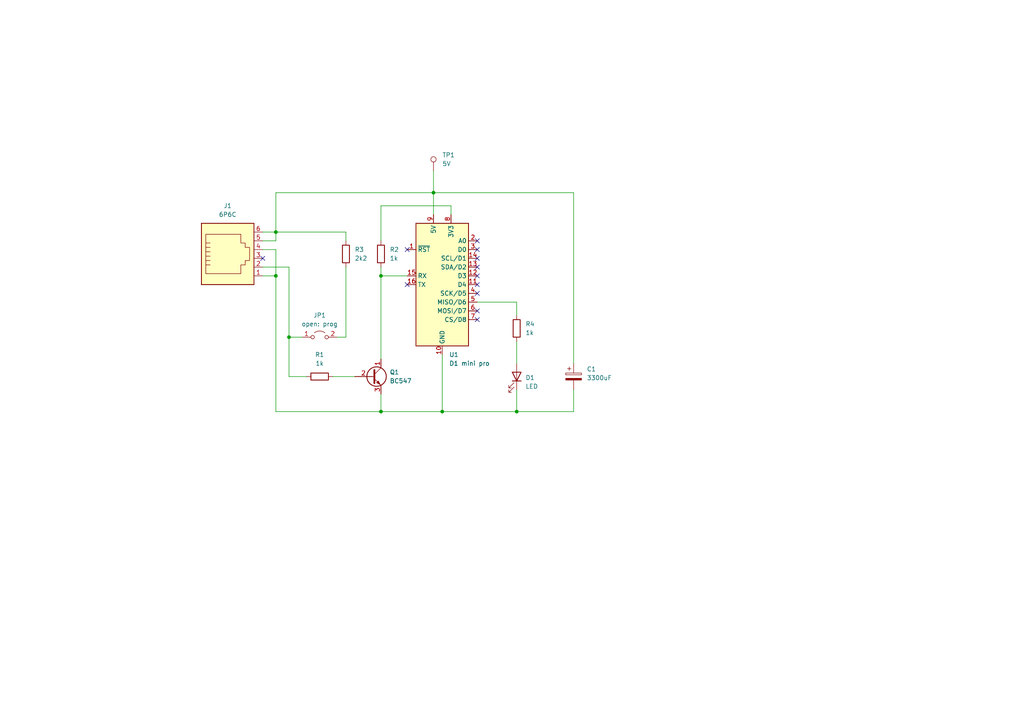
<source format=kicad_sch>
(kicad_sch (version 20211123) (generator eeschema)
  (paper "A4")
  (title_block (title "P1 Gateway") (date "2023-07-14") (rev "1") (company "HaSch"))
  (lib_symbols
    (symbol "Connector:6P6C" (pin_names (offset 1.016))
      (property "Reference" "J" (at -5.08 11.43 0))
      (property "Value" "6P6C" (at 2.54 11.43 0))
      (symbol "6P6C_0_1"
        (polyline (pts (xy -6.35 -1.905) (xy -5.08 -1.905) (xy -5.08 -1.905)))
        (polyline (pts (xy -6.35 -0.635) (xy -5.08 -0.635) (xy -5.08 -0.635)))
        (polyline (pts (xy -6.35 0.635) (xy -5.08 0.635) (xy -5.08 0.635)))
        (polyline (pts (xy -6.35 1.905) (xy -5.08 1.905) (xy -5.08 1.905)))
        (polyline (pts (xy -6.35 3.175) (xy -5.08 3.175) (xy -5.08 3.175)))
        (polyline (pts (xy -5.08 4.445) (xy -6.35 4.445) (xy -6.35 4.445)))
        (polyline (pts (xy -6.35 -4.445) (xy -6.35 6.985) (xy 3.81 6.985) (xy 3.81 4.445) (xy 5.08 4.445) (xy 5.08 3.175) (xy 6.35 3.175) (xy 6.35 -0.635) (xy 5.08 -0.635) (xy 5.08 -1.905) (xy 3.81 -1.905) (xy 3.81 -4.445) (xy -6.35 -4.445) (xy -6.35 -4.445)))
        (rectangle (start 7.62 10.16) (end -7.62 -7.62) (stroke (width 0.254)) (fill (type background)))
      )
      (symbol "6P6C_1_1"
        (pin passive line (at 10.16 -5.08 180) (length 2.54) (name "~") (number "1"))
        (pin passive line (at 10.16 -2.54 180) (length 2.54) (name "~") (number "2"))
        (pin passive line (at 10.16 0 180) (length 2.54) (name "~") (number "3"))
        (pin passive line (at 10.16 2.54 180) (length 2.54) (name "~") (number "4"))
        (pin passive line (at 10.16 5.08 180) (length 2.54) (name "~") (number "5"))
        (pin passive line (at 10.16 7.62 180) (length 2.54) (name "~") (number "6"))
      )
    )
    (symbol "Connector:TestPoint" (pin_numbers hide) (pin_names (offset 0.762) hide)
      (property "Reference" "TP" (at 0 6.858 0))
      (property "Value" "TestPoint" (at 0 5.08 0))
      (symbol "TestPoint_0_1"
        (circle (center 0 3.302) (radius 0.762))
      )
      (symbol "TestPoint_1_1"
        (pin passive line (at 0 0 90) (length 2.54) (name "1") (number "1"))
      )
    )
    (symbol "Device:C_Polarized" (pin_numbers hide) (pin_names (offset 0.254))
      (property "Reference" "C" (at 0.635 2.54 0))
      (property "Value" "C_Polarized" (at 0.635 -2.54 0))
      (symbol "C_Polarized_0_1"
        (rectangle (start -2.286 0.508) (end 2.286 1.016))
        (polyline (pts (xy -1.778 2.286) (xy -0.762 2.286)))
        (polyline (pts (xy -1.27 2.794) (xy -1.27 1.778)))
        (rectangle (start 2.286 -0.508) (end -2.286 -1.016) (fill (type outline)))
      )
      (symbol "C_Polarized_1_1"
        (pin passive line (at 0 3.81 270) (length 2.794) (name "~") (number "1"))
        (pin passive line (at 0 -3.81 90) (length 2.794) (name "~") (number "2"))
      )
    )
    (symbol "Device:LED" (pin_numbers hide) (pin_names (offset 1.016) hide)
      (property "Reference" "D" (at 0 2.54 0))
      (property "Value" "LED" (at 0 -2.54 0))
      (symbol "LED_0_1"
        (polyline (pts (xy -1.27 -1.27) (xy -1.27 1.27)) (stroke (width 0.254)))
        (polyline (pts (xy -1.27 0) (xy 1.27 0)))
        (polyline (pts (xy 1.27 -1.27) (xy 1.27 1.27) (xy -1.27 0) (xy 1.27 -1.27)) (stroke (width 0.254)))
        (polyline (pts (xy -3.048 -0.762) (xy -4.572 -2.286) (xy -3.81 -2.286) (xy -4.572 -2.286) (xy -4.572 -1.524)))
        (polyline (pts (xy -1.778 -0.762) (xy -3.302 -2.286) (xy -2.54 -2.286) (xy -3.302 -2.286) (xy -3.302 -1.524)))
      )
      (symbol "LED_1_1"
        (pin passive line (at -3.81 0 0) (length 2.54) (name "K") (number "1"))
        (pin passive line (at 3.81 0 180) (length 2.54) (name "A") (number "2"))
      )
    )
    (symbol "Device:R" (pin_numbers hide) (pin_names (offset 0))
      (property "Reference" "R" (at 2.032 0 90))
      (property "Value" "R" (at 0 0 90))
      (symbol "R_0_1"
        (rectangle (start -1.016 -2.54) (end 1.016 2.54) (stroke (width 0.254)))
      )
      (symbol "R_1_1"
        (pin passive line (at 0 3.81 270) (length 1.27) (name "~") (number "1"))
        (pin passive line (at 0 -3.81 90) (length 1.27) (name "~") (number "2"))
      )
    )
    (symbol "Jumper:Jumper_2_Open" (pin_names (offset 0) hide)
      (property "Reference" "JP" (at 0 2.794 0))
      (property "Value" "Jumper_2_Open" (at 0 -2.286 0))
      (symbol "Jumper_2_Open_0_0"
        (circle (center -2.032 0) (radius 0.508))
        (circle (center 2.032 0) (radius 0.508))
      )
      (symbol "Jumper_2_Open_0_1"
        (arc (start 1.524 1.27) (mid 0 1.778) (end -1.524 1.27))
      )
      (symbol "Jumper_2_Open_1_1"
        (pin passive line (at -5.08 0 0) (length 2.54) (name "A") (number "1"))
        (pin passive line (at 5.08 0 180) (length 2.54) (name "B") (number "2"))
      )
    )
    (symbol "MCU_Module:WeMos_D1_mini"
      (property "Reference" "U" (at 3.81 19.05 0))
      (property "Value" "WeMos_D1_mini" (at 1.27 -19.05 0))
      (symbol "WeMos_D1_mini_1_1"
        (rectangle (start -7.62 17.78) (end 7.62 -17.78) (stroke (width 0.254)) (fill (type background)))
        (pin input line (at -10.16 10.16 0) (length 2.54) (name "~{RST}") (number "1"))
        (pin power_in line (at 0 -20.32 90) (length 2.54) (name "GND") (number "10"))
        (pin bidirectional line (at 10.16 0 180) (length 2.54) (name "D4") (number "11"))
        (pin bidirectional line (at 10.16 2.54 180) (length 2.54) (name "D3") (number "12"))
        (pin bidirectional line (at 10.16 5.08 180) (length 2.54) (name "SDA/D2") (number "13"))
        (pin bidirectional line (at 10.16 7.62 180) (length 2.54) (name "SCL/D1") (number "14"))
        (pin input line (at -10.16 2.54 0) (length 2.54) (name "RX") (number "15"))
        (pin output line (at -10.16 0 0) (length 2.54) (name "TX") (number "16"))
        (pin input line (at 10.16 12.7 180) (length 2.54) (name "A0") (number "2"))
        (pin bidirectional line (at 10.16 10.16 180) (length 2.54) (name "D0") (number "3"))
        (pin bidirectional line (at 10.16 -2.54 180) (length 2.54) (name "SCK/D5") (number "4"))
        (pin bidirectional line (at 10.16 -5.08 180) (length 2.54) (name "MISO/D6") (number "5"))
        (pin bidirectional line (at 10.16 -7.62 180) (length 2.54) (name "MOSI/D7") (number "6"))
        (pin bidirectional line (at 10.16 -10.16 180) (length 2.54) (name "CS/D8") (number "7"))
        (pin power_out line (at 2.54 20.32 270) (length 2.54) (name "3V3") (number "8"))
        (pin power_in line (at -2.54 20.32 270) (length 2.54) (name "5V") (number "9"))
      )
    )
    (symbol "Transistor_BJT:BC547" (pin_names (offset 0) hide)
      (property "Reference" "Q" (at 5.08 1.905 0))
      (property "Value" "BC547" (at 5.08 0 0))
      (symbol "BC547_0_1"
        (polyline (pts (xy 0 0) (xy 0.635 0)))
        (polyline (pts (xy 0.635 0.635) (xy 2.54 2.54)))
        (polyline (pts (xy 0.635 -0.635) (xy 2.54 -2.54) (xy 2.54 -2.54)))
        (polyline (pts (xy 0.635 1.905) (xy 0.635 -1.905) (xy 0.635 -1.905)) (stroke (width 0.508)))
        (polyline (pts (xy 1.27 -1.778) (xy 1.778 -1.27) (xy 2.286 -2.286) (xy 1.27 -1.778) (xy 1.27 -1.778)) (fill (type outline)))
        (circle (center 1.27 0) (radius 2.8194) (stroke (width 0.254)))
      )
      (symbol "BC547_1_1"
        (pin passive line (at 2.54 5.08 270) (length 2.54) (name "C") (number "1"))
        (pin input line (at -5.08 0 0) (length 5.08) (name "B") (number "2"))
        (pin passive line (at 2.54 -5.08 90) (length 2.54) (name "E") (number "3"))
      )
    )
  )
  (junction (at 80.01 80.01))
  (junction (at 110.49 119.38))
  (junction (at 149.86 119.38))
  (junction (at 128.27 119.38))
  (junction (at 110.49 80.01))
  (junction (at 80.01 67.31))
  (junction (at 125.73 55.88))
  (junction (at 83.82 97.79))
  (no_connect (at 138.43 85.09))
  (no_connect (at 138.43 90.17))
  (no_connect (at 138.43 92.71))
  (no_connect (at 138.43 77.47))
  (no_connect (at 138.43 80.01))
  (no_connect (at 138.43 82.55))
  (no_connect (at 118.11 82.55))
  (no_connect (at 138.43 74.93))
  (no_connect (at 138.43 72.39))
  (no_connect (at 138.43 69.85))
  (no_connect (at 118.11 72.39))
  (no_connect (at 76.2 74.93))
  (wire (pts (xy 149.86 113.03) (xy 149.86 119.38)))
  (wire (pts (xy 80.01 67.31) (xy 100.33 67.31)))
  (wire (pts (xy 80.01 80.01) (xy 80.01 119.38)))
  (wire (pts (xy 100.33 77.47) (xy 100.33 97.79)))
  (wire (pts (xy 88.9 109.22) (xy 83.82 109.22)))
  (wire (pts (xy 138.43 87.63) (xy 149.86 87.63)))
  (wire (pts (xy 97.79 97.79) (xy 100.33 97.79)))
  (wire (pts (xy 128.27 119.38) (xy 149.86 119.38)))
  (wire (pts (xy 149.86 91.44) (xy 149.86 87.63)))
  (wire (pts (xy 166.37 113.03) (xy 166.37 119.38)))
  (wire (pts (xy 149.86 119.38) (xy 166.37 119.38)))
  (wire (pts (xy 83.82 77.47) (xy 83.82 97.79)))
  (wire (pts (xy 130.81 59.69) (xy 130.81 62.23)))
  (wire (pts (xy 76.2 80.01) (xy 80.01 80.01)))
  (wire (pts (xy 125.73 55.88) (xy 166.37 55.88)))
  (wire (pts (xy 110.49 119.38) (xy 128.27 119.38)))
  (wire (pts (xy 110.49 80.01) (xy 110.49 104.14)))
  (wire (pts (xy 83.82 97.79) (xy 87.63 97.79)))
  (wire (pts (xy 76.2 69.85) (xy 80.01 69.85)))
  (wire (pts (xy 76.2 67.31) (xy 80.01 67.31)))
  (wire (pts (xy 76.2 77.47) (xy 83.82 77.47)))
  (wire (pts (xy 110.49 77.47) (xy 110.49 80.01)))
  (wire (pts (xy 128.27 102.87) (xy 128.27 119.38)))
  (wire (pts (xy 125.73 55.88) (xy 125.73 62.23)))
  (wire (pts (xy 110.49 80.01) (xy 118.11 80.01)))
  (wire (pts (xy 110.49 59.69) (xy 110.49 69.85)))
  (wire (pts (xy 80.01 67.31) (xy 80.01 69.85)))
  (wire (pts (xy 100.33 67.31) (xy 100.33 69.85)))
  (wire (pts (xy 80.01 55.88) (xy 125.73 55.88)))
  (wire (pts (xy 80.01 72.39) (xy 80.01 80.01)))
  (wire (pts (xy 125.73 49.53) (xy 125.73 55.88)))
  (wire (pts (xy 80.01 55.88) (xy 80.01 67.31)))
  (wire (pts (xy 130.81 59.69) (xy 110.49 59.69)))
  (wire (pts (xy 149.86 99.06) (xy 149.86 105.41)))
  (wire (pts (xy 96.52 109.22) (xy 102.87 109.22)))
  (wire (pts (xy 83.82 97.79) (xy 83.82 109.22)))
  (wire (pts (xy 80.01 119.38) (xy 110.49 119.38)))
  (wire (pts (xy 76.2 72.39) (xy 80.01 72.39)))
  (wire (pts (xy 110.49 114.3) (xy 110.49 119.38)))
  (wire (pts (xy 166.37 55.88) (xy 166.37 105.41)))
  (symbol (lib_id "Device:R") (at 110.49 73.66 0) (unit 1)
    (property "Reference" "R2" (at 113.03 72.3899 0) (effects (justify left)))
    (property "Value" "1k" (at 113.03 74.9299 0) (effects (justify left)))
    (property "Footprint" "Resistor_THT:R_Axial_DIN0204_L3.6mm_D1.6mm_P7.62mm_Horizontal" (effects hide))
  )
  (symbol (lib_id "MCU_Module:WeMos_D1_mini") (at 128.27 82.55 0) (unit 1)
    (property "Reference" "U1" (at 130.2894 102.87 0) (effects (justify left)))
    (property "Value" "D1 mini pro" (at 130.2894 105.41 0) (effects (justify left)))
    (property "Footprint" "Module:WEMOS_D1_mini_light" (effects hide))
    (property "Datasheet" "https://wiki.wemos.cc/products:d1:d1_mini#documentation" (effects hide))
  )
  (symbol (lib_id "Device:R") (at 100.33 73.66 0) (unit 1)
    (property "Reference" "R3" (at 102.87 72.3899 0) (effects (justify left)))
    (property "Value" "2k2" (at 102.87 74.9299 0) (effects (justify left)))
    (property "Footprint" "Resistor_THT:R_Axial_DIN0204_L3.6mm_D1.6mm_P7.62mm_Horizontal" (effects hide))
  )
  (symbol (lib_id "Jumper:Jumper_2_Open") (at 92.71 97.79 0) (unit 1)
    (property "Reference" "JP1" (at 92.71 91.44 0))
    (property "Value" "open: prog" (at 92.71 93.98 0))
    (property "Footprint" "TestPoint:TestPoint_2Pads_Pitch2.54mm_Drill0.8mm" (effects hide))
  )
  (symbol (lib_id "Connector:6P6C") (at 66.04 74.93 0) (unit 1)
    (property "Reference" "J1" (at 66.04 59.69 0))
    (property "Value" "6P6C" (at 66.04 62.23 0))
    (property "Footprint" "Connector_RJ:RJ12_Amphenol_54601" (effects hide))
  )
  (symbol (lib_id "Device:C_Polarized") (at 166.37 109.22 0) (unit 1)
    (property "Reference" "C1" (at 170.18 107.0609 0) (effects (justify left)))
    (property "Value" "3300uF" (at 170.18 109.6009 0) (effects (justify left)))
    (property "Footprint" "Capacitor_THT:CP_Radial_D5.0mm_P2.50mm" (effects hide))
  )
  (symbol (lib_id "Device:R") (at 149.86 95.25 0) (unit 1)
    (property "Reference" "R4" (at 152.4 93.9799 0) (effects (justify left)))
    (property "Value" "1k" (at 152.4 96.5199 0) (effects (justify left)))
    (property "Footprint" "Resistor_THT:R_Axial_DIN0204_L3.6mm_D1.6mm_P7.62mm_Horizontal" (effects hide))
  )
  (symbol (lib_id "Connector:TestPoint") (at 125.73 49.53 0) (unit 1)
    (property "Reference" "TP1" (at 128.27 44.9579 0) (effects (justify left)))
    (property "Value" "5V" (at 128.27 47.4979 0) (effects (justify left)))
    (property "Footprint" "TestPoint:TestPoint_Keystone_5000-5004_Miniature" (effects hide))
  )
  (symbol (lib_id "Device:LED") (at 149.86 109.22 270) (mirror x) (unit 1)
    (property "Reference" "D1" (at 152.4 109.5374 90) (effects (justify left)))
    (property "Value" "LED" (at 152.4 112.0774 90) (effects (justify left)))
    (property "Footprint" "LED_THT:LED_D3.0mm" (effects hide))
  )
  (symbol (lib_id "Transistor_BJT:BC547") (at 107.95 109.22 0) (unit 1)
    (property "Reference" "Q1" (at 113.03 107.9499 0) (effects (justify left)))
    (property "Value" "BC547" (at 113.03 110.4899 0) (effects (justify left)))
    (property "Footprint" "Package_TO_SOT_THT:TO-92L_Inline_Wide" (effects hide))
    (property "Datasheet" "https://www.onsemi.com/pub/Collateral/BC550-D.pdf" (effects hide))
  )
  (symbol (lib_id "Device:R") (at 92.71 109.22 90) (unit 1)
    (property "Reference" "R1" (at 92.71 102.87 90))
    (property "Value" "1k" (at 92.71 105.41 90))
    (property "Footprint" "Resistor_THT:R_Axial_DIN0204_L3.6mm_D1.6mm_P7.62mm_Horizontal" (effects hide))
  )
)
</source>
